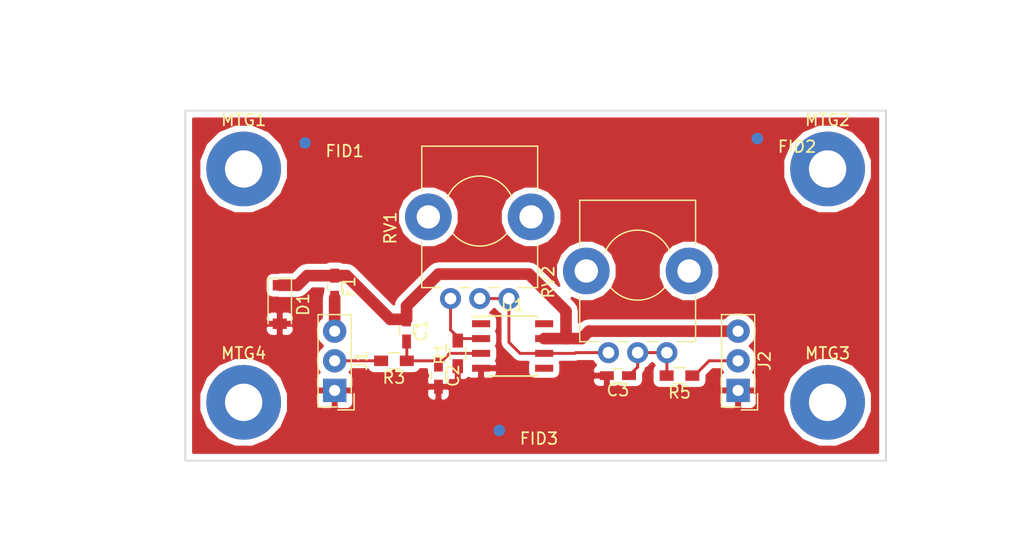
<source format=kicad_pcb>
(kicad_pcb (version 4) (host pcbnew 4.0.6)

  (general
    (links 24)
    (no_connects 0)
    (area 68.921501 60.989957 160.631 109.644473)
    (thickness 1.6)
    (drawings 8)
    (tracks 44)
    (zones 0)
    (modules 20)
    (nets 13)
  )

  (page A4)
  (layers
    (0 F.Cu signal)
    (31 B.Cu signal)
    (33 F.Adhes user)
    (35 F.Paste user)
    (37 F.SilkS user)
    (39 F.Mask user)
    (40 Dwgs.User user)
    (41 Cmts.User user)
    (42 Eco1.User user)
    (43 Eco2.User user)
    (44 Edge.Cuts user)
    (45 Margin user)
    (47 F.CrtYd user)
    (49 F.Fab user)
  )

  (setup
    (last_trace_width 0.25)
    (trace_clearance 0.2)
    (zone_clearance 0.508)
    (zone_45_only no)
    (trace_min 0.2)
    (segment_width 0.2)
    (edge_width 0.15)
    (via_size 0.6)
    (via_drill 0.4)
    (via_min_size 0.4)
    (via_min_drill 0.3)
    (uvia_size 0.3)
    (uvia_drill 0.1)
    (uvias_allowed no)
    (uvia_min_size 0.2)
    (uvia_min_drill 0.1)
    (pcb_text_width 0.3)
    (pcb_text_size 1.5 1.5)
    (mod_edge_width 0.15)
    (mod_text_size 1 1)
    (mod_text_width 0.15)
    (pad_size 4 4)
    (pad_drill 2.54)
    (pad_to_mask_clearance 0.2)
    (aux_axis_origin 0 0)
    (visible_elements FFFFFF7F)
    (pcbplotparams
      (layerselection 0x00030_80000001)
      (usegerberextensions false)
      (excludeedgelayer true)
      (linewidth 0.100000)
      (plotframeref false)
      (viasonmask false)
      (mode 1)
      (useauxorigin false)
      (hpglpennumber 1)
      (hpglpenspeed 20)
      (hpglpendiameter 15)
      (hpglpenoverlay 2)
      (psnegative false)
      (psa4output false)
      (plotreference true)
      (plotvalue true)
      (plotinvisibletext false)
      (padsonsilk false)
      (subtractmaskfromsilk false)
      (outputformat 1)
      (mirror false)
      (drillshape 1)
      (scaleselection 1)
      (outputdirectory ""))
  )

  (net 0 "")
  (net 1 /5V)
  (net 2 "Net-(C1-Pad2)")
  (net 3 GND)
  (net 4 /Vout_FLT)
  (net 5 "Net-(F1-Pad2)")
  (net 6 /Vin)
  (net 7 "Net-(J2-Pad2)")
  (net 8 "Net-(R1-Pad2)")
  (net 9 /Vout)
  (net 10 "Net-(U1-Pad1)")
  (net 11 "Net-(U1-Pad5)")
  (net 12 "Net-(U1-Pad8)")

  (net_class Default "This is the default net class."
    (clearance 0.2)
    (trace_width 0.25)
    (via_dia 0.6)
    (via_drill 0.4)
    (uvia_dia 0.3)
    (uvia_drill 0.1)
    (add_net /Vin)
    (add_net /Vout)
    (add_net /Vout_FLT)
    (add_net GND)
    (add_net "Net-(C1-Pad2)")
    (add_net "Net-(J2-Pad2)")
    (add_net "Net-(R1-Pad2)")
    (add_net "Net-(U1-Pad1)")
    (add_net "Net-(U1-Pad5)")
    (add_net "Net-(U1-Pad8)")
  )

  (net_class "Default - PWR" ""
    (clearance 0.2)
    (trace_width 1)
    (via_dia 0.6)
    (via_drill 0.4)
    (uvia_dia 0.3)
    (uvia_drill 0.1)
    (add_net /5V)
    (add_net "Net-(F1-Pad2)")
  )

  (module Capacitors_SMD:C_0603_HandSoldering (layer F.Cu) (tedit 58AA848B) (tstamp 597BCC44)
    (at 97.79 85.09 270)
    (descr "Capacitor SMD 0603, hand soldering")
    (tags "capacitor 0603")
    (path /597AC6A7)
    (attr smd)
    (fp_text reference F1 (at 0 -1.25 270) (layer F.SilkS)
      (effects (font (size 1 1) (thickness 0.15)))
    )
    (fp_text value 250mA (at 0 1.5 270) (layer F.Fab)
      (effects (font (size 1 1) (thickness 0.15)))
    )
    (fp_text user %R (at 0 -1.25 270) (layer F.Fab)
      (effects (font (size 1 1) (thickness 0.15)))
    )
    (fp_line (start -0.8 0.4) (end -0.8 -0.4) (layer F.Fab) (width 0.1))
    (fp_line (start 0.8 0.4) (end -0.8 0.4) (layer F.Fab) (width 0.1))
    (fp_line (start 0.8 -0.4) (end 0.8 0.4) (layer F.Fab) (width 0.1))
    (fp_line (start -0.8 -0.4) (end 0.8 -0.4) (layer F.Fab) (width 0.1))
    (fp_line (start -0.35 -0.6) (end 0.35 -0.6) (layer F.SilkS) (width 0.12))
    (fp_line (start 0.35 0.6) (end -0.35 0.6) (layer F.SilkS) (width 0.12))
    (fp_line (start -1.8 -0.65) (end 1.8 -0.65) (layer F.CrtYd) (width 0.05))
    (fp_line (start -1.8 -0.65) (end -1.8 0.65) (layer F.CrtYd) (width 0.05))
    (fp_line (start 1.8 0.65) (end 1.8 -0.65) (layer F.CrtYd) (width 0.05))
    (fp_line (start 1.8 0.65) (end -1.8 0.65) (layer F.CrtYd) (width 0.05))
    (pad 1 smd rect (at -0.95 0 270) (size 1.2 0.75) (layers F.Cu F.Paste F.Mask)
      (net 1 /5V))
    (pad 2 smd rect (at 0.95 0 270) (size 1.2 0.75) (layers F.Cu F.Paste F.Mask)
      (net 5 "Net-(F1-Pad2)"))
    (model Capacitors_SMD.3dshapes/C_0603.wrl
      (at (xyz 0 0 0))
      (scale (xyz 1 1 1))
      (rotate (xyz 0 0 0))
    )
  )

  (module Capacitors_SMD:C_0603_HandSoldering (layer F.Cu) (tedit 58AA848B) (tstamp 597BCBF8)
    (at 103.9495 88.8365 270)
    (descr "Capacitor SMD 0603, hand soldering")
    (tags "capacitor 0603")
    (path /597AA349)
    (attr smd)
    (fp_text reference C1 (at 0 -1.25 270) (layer F.SilkS)
      (effects (font (size 1 1) (thickness 0.15)))
    )
    (fp_text value 0.01nF (at 0 1.5 270) (layer F.Fab)
      (effects (font (size 1 1) (thickness 0.15)))
    )
    (fp_text user %R (at 0 -1.25 270) (layer F.Fab)
      (effects (font (size 1 1) (thickness 0.15)))
    )
    (fp_line (start -0.8 0.4) (end -0.8 -0.4) (layer F.Fab) (width 0.1))
    (fp_line (start 0.8 0.4) (end -0.8 0.4) (layer F.Fab) (width 0.1))
    (fp_line (start 0.8 -0.4) (end 0.8 0.4) (layer F.Fab) (width 0.1))
    (fp_line (start -0.8 -0.4) (end 0.8 -0.4) (layer F.Fab) (width 0.1))
    (fp_line (start -0.35 -0.6) (end 0.35 -0.6) (layer F.SilkS) (width 0.12))
    (fp_line (start 0.35 0.6) (end -0.35 0.6) (layer F.SilkS) (width 0.12))
    (fp_line (start -1.8 -0.65) (end 1.8 -0.65) (layer F.CrtYd) (width 0.05))
    (fp_line (start -1.8 -0.65) (end -1.8 0.65) (layer F.CrtYd) (width 0.05))
    (fp_line (start 1.8 0.65) (end 1.8 -0.65) (layer F.CrtYd) (width 0.05))
    (fp_line (start 1.8 0.65) (end -1.8 0.65) (layer F.CrtYd) (width 0.05))
    (pad 1 smd rect (at -0.95 0 270) (size 1.2 0.75) (layers F.Cu F.Paste F.Mask)
      (net 1 /5V))
    (pad 2 smd rect (at 0.95 0 270) (size 1.2 0.75) (layers F.Cu F.Paste F.Mask)
      (net 2 "Net-(C1-Pad2)"))
    (model Capacitors_SMD.3dshapes/C_0603.wrl
      (at (xyz 0 0 0))
      (scale (xyz 1 1 1))
      (rotate (xyz 0 0 0))
    )
  )

  (module Capacitors_SMD:C_0603_HandSoldering (layer F.Cu) (tedit 58AA848B) (tstamp 597BCC1A)
    (at 122.047 92.71 180)
    (descr "Capacitor SMD 0603, hand soldering")
    (tags "capacitor 0603")
    (path /597B0639)
    (attr smd)
    (fp_text reference C3 (at 0 -1.25 180) (layer F.SilkS)
      (effects (font (size 1 1) (thickness 0.15)))
    )
    (fp_text value 0.1nF (at 0 1.5 180) (layer F.Fab)
      (effects (font (size 1 1) (thickness 0.15)))
    )
    (fp_text user %R (at 0 -1.25 180) (layer F.Fab)
      (effects (font (size 1 1) (thickness 0.15)))
    )
    (fp_line (start -0.8 0.4) (end -0.8 -0.4) (layer F.Fab) (width 0.1))
    (fp_line (start 0.8 0.4) (end -0.8 0.4) (layer F.Fab) (width 0.1))
    (fp_line (start 0.8 -0.4) (end 0.8 0.4) (layer F.Fab) (width 0.1))
    (fp_line (start -0.8 -0.4) (end 0.8 -0.4) (layer F.Fab) (width 0.1))
    (fp_line (start -0.35 -0.6) (end 0.35 -0.6) (layer F.SilkS) (width 0.12))
    (fp_line (start 0.35 0.6) (end -0.35 0.6) (layer F.SilkS) (width 0.12))
    (fp_line (start -1.8 -0.65) (end 1.8 -0.65) (layer F.CrtYd) (width 0.05))
    (fp_line (start -1.8 -0.65) (end -1.8 0.65) (layer F.CrtYd) (width 0.05))
    (fp_line (start 1.8 0.65) (end 1.8 -0.65) (layer F.CrtYd) (width 0.05))
    (fp_line (start 1.8 0.65) (end -1.8 0.65) (layer F.CrtYd) (width 0.05))
    (pad 1 smd rect (at -0.95 0 180) (size 1.2 0.75) (layers F.Cu F.Paste F.Mask)
      (net 4 /Vout_FLT))
    (pad 2 smd rect (at 0.95 0 180) (size 1.2 0.75) (layers F.Cu F.Paste F.Mask)
      (net 3 GND))
    (model Capacitors_SMD.3dshapes/C_0603.wrl
      (at (xyz 0 0 0))
      (scale (xyz 1 1 1))
      (rotate (xyz 0 0 0))
    )
  )

  (module Potentiometers:Potentiometer_Alps_RK09K_Horizontal (layer F.Cu) (tedit 58826B09) (tstamp 597BCCD1)
    (at 112.7125 86.106 90)
    (descr "Potentiometer, horizontally mounted, Omeg PC16PU, Omeg PC16PU, Omeg PC16PU, Vishay/Spectrol 248GJ/249GJ Single, Vishay/Spectrol 248GJ/249GJ Single, Vishay/Spectrol 248GJ/249GJ Single, Vishay/Spectrol 248GH/249GH Single, Vishay/Spectrol 148/149 Single, Vishay/Spectrol 148/149 Single, Vishay/Spectrol 148/149 Single, Vishay/Spectrol 148A/149A Single with mounting plates, Vishay/Spectrol 148/149 Double, Vishay/Spectrol 148A/149A Double with mounting plates, Piher PC-16 Single, Piher PC-16 Single, Piher PC-16 Single, Piher PC-16SV Single, Piher PC-16 Double, Piher PC-16 Triple, Piher T16H Single, Piher T16L Single, Piher T16H Double, Alps RK163 Single, Alps RK163 Double, Alps RK097 Single, Alps RK097 Double, Bourns PTV09A-2 Single with mounting sleve Single, Bourns PTV09A-1 with mounting sleve Single, Bourns PRS11S Single, Alps RK09K Single with mounting sleve Single, Alps RK09K with mounting sleve Single, http://www.alps.com/prod/info/E/HTML/Potentiometer/RotaryPotentiometers/RK09K/RK09D1130C1B.html")
    (tags "Potentiometer horizontal  Omeg PC16PU  Omeg PC16PU  Omeg PC16PU  Vishay/Spectrol 248GJ/249GJ Single  Vishay/Spectrol 248GJ/249GJ Single  Vishay/Spectrol 248GJ/249GJ Single  Vishay/Spectrol 248GH/249GH Single  Vishay/Spectrol 148/149 Single  Vishay/Spectrol 148/149 Single  Vishay/Spectrol 148/149 Single  Vishay/Spectrol 148A/149A Single with mounting plates  Vishay/Spectrol 148/149 Double  Vishay/Spectrol 148A/149A Double with mounting plates  Piher PC-16 Single  Piher PC-16 Single  Piher PC-16 Single  Piher PC-16SV Single  Piher PC-16 Double  Piher PC-16 Triple  Piher T16H Single  Piher T16L Single  Piher T16H Double  Alps RK163 Single  Alps RK163 Double  Alps RK097 Single  Alps RK097 Double  Bourns PTV09A-2 Single with mounting sleve Single  Bourns PTV09A-1 with mounting sleve Single  Bourns PRS11S Single  Alps RK09K Single with mounting sleve Single  Alps RK09K with mounting sleve Single")
    (path /597BCC2E)
    (fp_text reference RV1 (at 6.05 -10.15 90) (layer F.SilkS)
      (effects (font (size 1 1) (thickness 0.15)))
    )
    (fp_text value 5k (at 6.05 5.15 90) (layer F.Fab)
      (effects (font (size 1 1) (thickness 0.15)))
    )
    (fp_arc (start 7.5 -2.5) (end 8.673 0.262) (angle -134) (layer F.SilkS) (width 0.12))
    (fp_arc (start 7.5 -2.5) (end 5.572 -4.798) (angle -100) (layer F.SilkS) (width 0.12))
    (fp_circle (center 7.5 -2.5) (end 10.75 -2.5) (layer F.Fab) (width 0.1))
    (fp_circle (center 7.5 -2.5) (end 10.5 -2.5) (layer F.Fab) (width 0.1))
    (fp_line (start 1 -7.4) (end 1 2.4) (layer F.Fab) (width 0.1))
    (fp_line (start 1 2.4) (end 13 2.4) (layer F.Fab) (width 0.1))
    (fp_line (start 13 2.4) (end 13 -7.4) (layer F.Fab) (width 0.1))
    (fp_line (start 13 -7.4) (end 1 -7.4) (layer F.Fab) (width 0.1))
    (fp_line (start 0.94 -7.461) (end 4.806 -7.461) (layer F.SilkS) (width 0.12))
    (fp_line (start 9.195 -7.461) (end 13.06 -7.461) (layer F.SilkS) (width 0.12))
    (fp_line (start 0.94 2.46) (end 4.806 2.46) (layer F.SilkS) (width 0.12))
    (fp_line (start 9.195 2.46) (end 13.06 2.46) (layer F.SilkS) (width 0.12))
    (fp_line (start 0.94 -7.461) (end 0.94 -5.825) (layer F.SilkS) (width 0.12))
    (fp_line (start 0.94 -4.175) (end 0.94 -3.325) (layer F.SilkS) (width 0.12))
    (fp_line (start 0.94 -1.675) (end 0.94 -0.825) (layer F.SilkS) (width 0.12))
    (fp_line (start 0.94 0.825) (end 0.94 2.46) (layer F.SilkS) (width 0.12))
    (fp_line (start 13.06 -7.461) (end 13.06 2.46) (layer F.SilkS) (width 0.12))
    (fp_line (start -1.15 -9.15) (end -1.15 4.15) (layer F.CrtYd) (width 0.05))
    (fp_line (start -1.15 4.15) (end 13.25 4.15) (layer F.CrtYd) (width 0.05))
    (fp_line (start 13.25 4.15) (end 13.25 -9.15) (layer F.CrtYd) (width 0.05))
    (fp_line (start 13.25 -9.15) (end -1.15 -9.15) (layer F.CrtYd) (width 0.05))
    (pad 3 thru_hole circle (at 0 -5 90) (size 1.8 1.8) (drill 1) (layers *.Cu *.Mask)
      (net 8 "Net-(R1-Pad2)"))
    (pad 2 thru_hole circle (at 0 -2.5 90) (size 1.8 1.8) (drill 1) (layers *.Cu *.Mask)
      (net 9 /Vout))
    (pad 1 thru_hole circle (at 0 0 90) (size 1.8 1.8) (drill 1) (layers *.Cu *.Mask)
      (net 9 /Vout))
    (pad 0 np_thru_hole circle (at 7 -6.9 90) (size 4 4) (drill 2) (layers *.Cu *.Mask))
    (pad 0 np_thru_hole circle (at 7 1.9 90) (size 4 4) (drill 2) (layers *.Cu *.Mask))
    (model Potentiometers.3dshapes/Potentiometer_Alps_RK09K_Horizontal.wrl
      (at (xyz 0 0 0))
      (scale (xyz 0.393701 0.393701 0.393701))
      (rotate (xyz 0 0 0))
    )
  )

  (module Capacitors_SMD:C_0603_HandSoldering (layer F.Cu) (tedit 58AA848B) (tstamp 597BCC09)
    (at 106.68 92.71 270)
    (descr "Capacitor SMD 0603, hand soldering")
    (tags "capacitor 0603")
    (path /597B05E6)
    (attr smd)
    (fp_text reference C2 (at 0 -1.25 270) (layer F.SilkS)
      (effects (font (size 1 1) (thickness 0.15)))
    )
    (fp_text value 0.01nF (at 0 1.5 270) (layer F.Fab)
      (effects (font (size 1 1) (thickness 0.15)))
    )
    (fp_text user %R (at 0 -1.25 270) (layer F.Fab)
      (effects (font (size 1 1) (thickness 0.15)))
    )
    (fp_line (start -0.8 0.4) (end -0.8 -0.4) (layer F.Fab) (width 0.1))
    (fp_line (start 0.8 0.4) (end -0.8 0.4) (layer F.Fab) (width 0.1))
    (fp_line (start 0.8 -0.4) (end 0.8 0.4) (layer F.Fab) (width 0.1))
    (fp_line (start -0.8 -0.4) (end 0.8 -0.4) (layer F.Fab) (width 0.1))
    (fp_line (start -0.35 -0.6) (end 0.35 -0.6) (layer F.SilkS) (width 0.12))
    (fp_line (start 0.35 0.6) (end -0.35 0.6) (layer F.SilkS) (width 0.12))
    (fp_line (start -1.8 -0.65) (end 1.8 -0.65) (layer F.CrtYd) (width 0.05))
    (fp_line (start -1.8 -0.65) (end -1.8 0.65) (layer F.CrtYd) (width 0.05))
    (fp_line (start 1.8 0.65) (end 1.8 -0.65) (layer F.CrtYd) (width 0.05))
    (fp_line (start 1.8 0.65) (end -1.8 0.65) (layer F.CrtYd) (width 0.05))
    (pad 1 smd rect (at -0.95 0 270) (size 1.2 0.75) (layers F.Cu F.Paste F.Mask)
      (net 2 "Net-(C1-Pad2)"))
    (pad 2 smd rect (at 0.95 0 270) (size 1.2 0.75) (layers F.Cu F.Paste F.Mask)
      (net 3 GND))
    (model Capacitors_SMD.3dshapes/C_0603.wrl
      (at (xyz 0 0 0))
      (scale (xyz 1 1 1))
      (rotate (xyz 0 0 0))
    )
  )

  (module Diodes_SMD:D_SOD-123 (layer F.Cu) (tedit 58645DC7) (tstamp 597BCC33)
    (at 93.091 86.614 270)
    (descr SOD-123)
    (tags SOD-123)
    (path /597AC053)
    (attr smd)
    (fp_text reference D1 (at 0 -2 270) (layer F.SilkS)
      (effects (font (size 1 1) (thickness 0.15)))
    )
    (fp_text value "20V 500mA" (at 0 2.1 270) (layer F.Fab)
      (effects (font (size 1 1) (thickness 0.15)))
    )
    (fp_text user %R (at 0 -2 270) (layer F.Fab)
      (effects (font (size 1 1) (thickness 0.15)))
    )
    (fp_line (start -2.25 -1) (end -2.25 1) (layer F.SilkS) (width 0.12))
    (fp_line (start 0.25 0) (end 0.75 0) (layer F.Fab) (width 0.1))
    (fp_line (start 0.25 0.4) (end -0.35 0) (layer F.Fab) (width 0.1))
    (fp_line (start 0.25 -0.4) (end 0.25 0.4) (layer F.Fab) (width 0.1))
    (fp_line (start -0.35 0) (end 0.25 -0.4) (layer F.Fab) (width 0.1))
    (fp_line (start -0.35 0) (end -0.35 0.55) (layer F.Fab) (width 0.1))
    (fp_line (start -0.35 0) (end -0.35 -0.55) (layer F.Fab) (width 0.1))
    (fp_line (start -0.75 0) (end -0.35 0) (layer F.Fab) (width 0.1))
    (fp_line (start -1.4 0.9) (end -1.4 -0.9) (layer F.Fab) (width 0.1))
    (fp_line (start 1.4 0.9) (end -1.4 0.9) (layer F.Fab) (width 0.1))
    (fp_line (start 1.4 -0.9) (end 1.4 0.9) (layer F.Fab) (width 0.1))
    (fp_line (start -1.4 -0.9) (end 1.4 -0.9) (layer F.Fab) (width 0.1))
    (fp_line (start -2.35 -1.15) (end 2.35 -1.15) (layer F.CrtYd) (width 0.05))
    (fp_line (start 2.35 -1.15) (end 2.35 1.15) (layer F.CrtYd) (width 0.05))
    (fp_line (start 2.35 1.15) (end -2.35 1.15) (layer F.CrtYd) (width 0.05))
    (fp_line (start -2.35 -1.15) (end -2.35 1.15) (layer F.CrtYd) (width 0.05))
    (fp_line (start -2.25 1) (end 1.65 1) (layer F.SilkS) (width 0.12))
    (fp_line (start -2.25 -1) (end 1.65 -1) (layer F.SilkS) (width 0.12))
    (pad 1 smd rect (at -1.65 0 270) (size 0.9 1.2) (layers F.Cu F.Paste F.Mask)
      (net 1 /5V))
    (pad 2 smd rect (at 1.65 0 270) (size 0.9 1.2) (layers F.Cu F.Paste F.Mask)
      (net 3 GND))
    (model ${KISYS3DMOD}/Diodes_SMD.3dshapes/D_SOD-123.wrl
      (at (xyz 0 0 0))
      (scale (xyz 1 1 1))
      (rotate (xyz 0 0 0))
    )
  )

  (module Connectors_Samtec:SL-103-X-XX_1x03 (layer F.Cu) (tedit 590274D5) (tstamp 597BCC62)
    (at 97.79 93.98 180)
    (descr "Low profile, screw machine socket strip, through hole, 100mil / 2.54mm pitch")
    (tags "samtec socket strip tht single")
    (path /597ABF60)
    (fp_text reference J1 (at -2.27 2.54 270) (layer F.SilkS)
      (effects (font (size 1 1) (thickness 0.15)))
    )
    (fp_text value M20-9990345 (at 2.27 2.54 270) (layer F.Fab)
      (effects (font (size 1 1) (thickness 0.15)))
    )
    (fp_line (start -0.17 -1.42) (end 1.42 -1.42) (layer F.SilkS) (width 0.12))
    (fp_line (start 1.42 -1.42) (end 1.42 6.5) (layer F.SilkS) (width 0.12))
    (fp_line (start 1.42 6.5) (end -1.42 6.5) (layer F.SilkS) (width 0.12))
    (fp_line (start -1.42 6.5) (end -1.42 -0.17) (layer F.SilkS) (width 0.12))
    (fp_line (start -0.27 -1.67) (end -1.67 -1.67) (layer F.SilkS) (width 0.12))
    (fp_line (start -1.67 -1.67) (end -1.67 -0.27) (layer F.SilkS) (width 0.12))
    (fp_line (start -0.27 -1.67) (end -1.67 -1.67) (layer F.Fab) (width 0.1))
    (fp_line (start -1.67 -1.67) (end -1.67 -0.27) (layer F.Fab) (width 0.1))
    (fp_line (start -1.27 -1.27) (end -1.27 6.35) (layer F.Fab) (width 0.1))
    (fp_line (start -1.27 6.35) (end 1.27 6.35) (layer F.Fab) (width 0.1))
    (fp_line (start 1.27 6.35) (end 1.27 -1.27) (layer F.Fab) (width 0.1))
    (fp_line (start 1.27 -1.27) (end -1.27 -1.27) (layer F.Fab) (width 0.1))
    (fp_line (start -1.77 -1.77) (end -1.77 6.85) (layer F.CrtYd) (width 0.05))
    (fp_line (start -1.77 6.85) (end 1.77 6.85) (layer F.CrtYd) (width 0.05))
    (fp_line (start 1.77 6.85) (end 1.77 -1.77) (layer F.CrtYd) (width 0.05))
    (fp_line (start 1.77 -1.77) (end -1.77 -1.77) (layer F.CrtYd) (width 0.05))
    (fp_line (start -1.27 1.27) (end -1.07 1.27) (layer F.Fab) (width 0.1))
    (fp_line (start 1.27 1.27) (end 1.07 1.27) (layer F.Fab) (width 0.1))
    (fp_line (start -1.27 3.81) (end -1.07 3.81) (layer F.Fab) (width 0.1))
    (fp_line (start 1.27 3.81) (end 1.07 3.81) (layer F.Fab) (width 0.1))
    (fp_line (start -1.27 6.35) (end -1.07 6.35) (layer F.Fab) (width 0.1))
    (fp_line (start 1.27 6.35) (end 1.07 6.35) (layer F.Fab) (width 0.1))
    (fp_text user %R (at 0 2.54 270) (layer F.Fab)
      (effects (font (size 1 1) (thickness 0.15)))
    )
    (pad 1 thru_hole rect (at 0 0 180) (size 2 2) (drill 0.95) (layers *.Cu *.Mask)
      (net 3 GND))
    (pad 2 thru_hole circle (at 0 2.54 180) (size 2 2) (drill 0.95) (layers *.Cu *.Mask)
      (net 6 /Vin))
    (pad 3 thru_hole circle (at 0 5.08 180) (size 2 2) (drill 0.95) (layers *.Cu *.Mask)
      (net 5 "Net-(F1-Pad2)"))
    (model ${KISYS3DMOD}/Connectors_Samtec.3dshapes/SL-103-X-XX_1x03.wrl
      (at (xyz 0 0 0))
      (scale (xyz 1 1 1))
      (rotate (xyz 0 0 0))
    )
  )

  (module Connectors_Samtec:SL-103-X-XX_1x03 (layer F.Cu) (tedit 590274D5) (tstamp 597BCC80)
    (at 132.334 93.98 180)
    (descr "Low profile, screw machine socket strip, through hole, 100mil / 2.54mm pitch")
    (tags "samtec socket strip tht single")
    (path /597AFA4C)
    (fp_text reference J2 (at -2.27 2.54 270) (layer F.SilkS)
      (effects (font (size 1 1) (thickness 0.15)))
    )
    (fp_text value M20-9990345 (at 2.27 2.54 270) (layer F.Fab)
      (effects (font (size 1 1) (thickness 0.15)))
    )
    (fp_line (start -0.17 -1.42) (end 1.42 -1.42) (layer F.SilkS) (width 0.12))
    (fp_line (start 1.42 -1.42) (end 1.42 6.5) (layer F.SilkS) (width 0.12))
    (fp_line (start 1.42 6.5) (end -1.42 6.5) (layer F.SilkS) (width 0.12))
    (fp_line (start -1.42 6.5) (end -1.42 -0.17) (layer F.SilkS) (width 0.12))
    (fp_line (start -0.27 -1.67) (end -1.67 -1.67) (layer F.SilkS) (width 0.12))
    (fp_line (start -1.67 -1.67) (end -1.67 -0.27) (layer F.SilkS) (width 0.12))
    (fp_line (start -0.27 -1.67) (end -1.67 -1.67) (layer F.Fab) (width 0.1))
    (fp_line (start -1.67 -1.67) (end -1.67 -0.27) (layer F.Fab) (width 0.1))
    (fp_line (start -1.27 -1.27) (end -1.27 6.35) (layer F.Fab) (width 0.1))
    (fp_line (start -1.27 6.35) (end 1.27 6.35) (layer F.Fab) (width 0.1))
    (fp_line (start 1.27 6.35) (end 1.27 -1.27) (layer F.Fab) (width 0.1))
    (fp_line (start 1.27 -1.27) (end -1.27 -1.27) (layer F.Fab) (width 0.1))
    (fp_line (start -1.77 -1.77) (end -1.77 6.85) (layer F.CrtYd) (width 0.05))
    (fp_line (start -1.77 6.85) (end 1.77 6.85) (layer F.CrtYd) (width 0.05))
    (fp_line (start 1.77 6.85) (end 1.77 -1.77) (layer F.CrtYd) (width 0.05))
    (fp_line (start 1.77 -1.77) (end -1.77 -1.77) (layer F.CrtYd) (width 0.05))
    (fp_line (start -1.27 1.27) (end -1.07 1.27) (layer F.Fab) (width 0.1))
    (fp_line (start 1.27 1.27) (end 1.07 1.27) (layer F.Fab) (width 0.1))
    (fp_line (start -1.27 3.81) (end -1.07 3.81) (layer F.Fab) (width 0.1))
    (fp_line (start 1.27 3.81) (end 1.07 3.81) (layer F.Fab) (width 0.1))
    (fp_line (start -1.27 6.35) (end -1.07 6.35) (layer F.Fab) (width 0.1))
    (fp_line (start 1.27 6.35) (end 1.07 6.35) (layer F.Fab) (width 0.1))
    (fp_text user %R (at 0 2.54 270) (layer F.Fab)
      (effects (font (size 1 1) (thickness 0.15)))
    )
    (pad 1 thru_hole rect (at 0 0 180) (size 2 2) (drill 0.95) (layers *.Cu *.Mask)
      (net 3 GND))
    (pad 2 thru_hole circle (at 0 2.54 180) (size 2 2) (drill 0.95) (layers *.Cu *.Mask)
      (net 7 "Net-(J2-Pad2)"))
    (pad 3 thru_hole circle (at 0 5.08 180) (size 2 2) (drill 0.95) (layers *.Cu *.Mask)
      (net 1 /5V))
    (model ${KISYS3DMOD}/Connectors_Samtec.3dshapes/SL-103-X-XX_1x03.wrl
      (at (xyz 0 0 0))
      (scale (xyz 1 1 1))
      (rotate (xyz 0 0 0))
    )
  )

  (module Resistors_SMD:R_0603_HandSoldering (layer F.Cu) (tedit 58E0A804) (tstamp 597BCC91)
    (at 108.331 90.805 90)
    (descr "Resistor SMD 0603, hand soldering")
    (tags "resistor 0603")
    (path /597B0C37)
    (attr smd)
    (fp_text reference R1 (at 0 -1.45 90) (layer F.SilkS)
      (effects (font (size 1 1) (thickness 0.15)))
    )
    (fp_text value 3.3k (at 0 1.55 90) (layer F.Fab)
      (effects (font (size 1 1) (thickness 0.15)))
    )
    (fp_text user %R (at 0 0 90) (layer F.Fab)
      (effects (font (size 0.4 0.4) (thickness 0.075)))
    )
    (fp_line (start -0.8 0.4) (end -0.8 -0.4) (layer F.Fab) (width 0.1))
    (fp_line (start 0.8 0.4) (end -0.8 0.4) (layer F.Fab) (width 0.1))
    (fp_line (start 0.8 -0.4) (end 0.8 0.4) (layer F.Fab) (width 0.1))
    (fp_line (start -0.8 -0.4) (end 0.8 -0.4) (layer F.Fab) (width 0.1))
    (fp_line (start 0.5 0.68) (end -0.5 0.68) (layer F.SilkS) (width 0.12))
    (fp_line (start -0.5 -0.68) (end 0.5 -0.68) (layer F.SilkS) (width 0.12))
    (fp_line (start -1.96 -0.7) (end 1.95 -0.7) (layer F.CrtYd) (width 0.05))
    (fp_line (start -1.96 -0.7) (end -1.96 0.7) (layer F.CrtYd) (width 0.05))
    (fp_line (start 1.95 0.7) (end 1.95 -0.7) (layer F.CrtYd) (width 0.05))
    (fp_line (start 1.95 0.7) (end -1.96 0.7) (layer F.CrtYd) (width 0.05))
    (pad 1 smd rect (at -1.1 0 90) (size 1.2 0.9) (layers F.Cu F.Paste F.Mask)
      (net 3 GND))
    (pad 2 smd rect (at 1.1 0 90) (size 1.2 0.9) (layers F.Cu F.Paste F.Mask)
      (net 8 "Net-(R1-Pad2)"))
    (model ${KISYS3DMOD}/Resistors_SMD.3dshapes/R_0603.wrl
      (at (xyz 0 0 0))
      (scale (xyz 1 1 1))
      (rotate (xyz 0 0 0))
    )
  )

  (module Resistors_SMD:R_0603_HandSoldering (layer F.Cu) (tedit 58E0A804) (tstamp 597BCCA2)
    (at 102.87 91.44 180)
    (descr "Resistor SMD 0603, hand soldering")
    (tags "resistor 0603")
    (path /597AAB27)
    (attr smd)
    (fp_text reference R3 (at 0 -1.45 180) (layer F.SilkS)
      (effects (font (size 1 1) (thickness 0.15)))
    )
    (fp_text value 0 (at 0 1.55 180) (layer F.Fab)
      (effects (font (size 1 1) (thickness 0.15)))
    )
    (fp_text user %R (at 0 0 180) (layer F.Fab)
      (effects (font (size 0.4 0.4) (thickness 0.075)))
    )
    (fp_line (start -0.8 0.4) (end -0.8 -0.4) (layer F.Fab) (width 0.1))
    (fp_line (start 0.8 0.4) (end -0.8 0.4) (layer F.Fab) (width 0.1))
    (fp_line (start 0.8 -0.4) (end 0.8 0.4) (layer F.Fab) (width 0.1))
    (fp_line (start -0.8 -0.4) (end 0.8 -0.4) (layer F.Fab) (width 0.1))
    (fp_line (start 0.5 0.68) (end -0.5 0.68) (layer F.SilkS) (width 0.12))
    (fp_line (start -0.5 -0.68) (end 0.5 -0.68) (layer F.SilkS) (width 0.12))
    (fp_line (start -1.96 -0.7) (end 1.95 -0.7) (layer F.CrtYd) (width 0.05))
    (fp_line (start -1.96 -0.7) (end -1.96 0.7) (layer F.CrtYd) (width 0.05))
    (fp_line (start 1.95 0.7) (end 1.95 -0.7) (layer F.CrtYd) (width 0.05))
    (fp_line (start 1.95 0.7) (end -1.96 0.7) (layer F.CrtYd) (width 0.05))
    (pad 1 smd rect (at -1.1 0 180) (size 1.2 0.9) (layers F.Cu F.Paste F.Mask)
      (net 2 "Net-(C1-Pad2)"))
    (pad 2 smd rect (at 1.1 0 180) (size 1.2 0.9) (layers F.Cu F.Paste F.Mask)
      (net 6 /Vin))
    (model ${KISYS3DMOD}/Resistors_SMD.3dshapes/R_0603.wrl
      (at (xyz 0 0 0))
      (scale (xyz 1 1 1))
      (rotate (xyz 0 0 0))
    )
  )

  (module Resistors_SMD:R_0603_HandSoldering (layer F.Cu) (tedit 58E0A804) (tstamp 597BCCB3)
    (at 127.3175 92.71 180)
    (descr "Resistor SMD 0603, hand soldering")
    (tags "resistor 0603")
    (path /597AB300)
    (attr smd)
    (fp_text reference R5 (at 0 -1.45 180) (layer F.SilkS)
      (effects (font (size 1 1) (thickness 0.15)))
    )
    (fp_text value 49.9 (at 0 1.55 180) (layer F.Fab)
      (effects (font (size 1 1) (thickness 0.15)))
    )
    (fp_text user %R (at 0 0 180) (layer F.Fab)
      (effects (font (size 0.4 0.4) (thickness 0.075)))
    )
    (fp_line (start -0.8 0.4) (end -0.8 -0.4) (layer F.Fab) (width 0.1))
    (fp_line (start 0.8 0.4) (end -0.8 0.4) (layer F.Fab) (width 0.1))
    (fp_line (start 0.8 -0.4) (end 0.8 0.4) (layer F.Fab) (width 0.1))
    (fp_line (start -0.8 -0.4) (end 0.8 -0.4) (layer F.Fab) (width 0.1))
    (fp_line (start 0.5 0.68) (end -0.5 0.68) (layer F.SilkS) (width 0.12))
    (fp_line (start -0.5 -0.68) (end 0.5 -0.68) (layer F.SilkS) (width 0.12))
    (fp_line (start -1.96 -0.7) (end 1.95 -0.7) (layer F.CrtYd) (width 0.05))
    (fp_line (start -1.96 -0.7) (end -1.96 0.7) (layer F.CrtYd) (width 0.05))
    (fp_line (start 1.95 0.7) (end 1.95 -0.7) (layer F.CrtYd) (width 0.05))
    (fp_line (start 1.95 0.7) (end -1.96 0.7) (layer F.CrtYd) (width 0.05))
    (pad 1 smd rect (at -1.1 0 180) (size 1.2 0.9) (layers F.Cu F.Paste F.Mask)
      (net 7 "Net-(J2-Pad2)"))
    (pad 2 smd rect (at 1.1 0 180) (size 1.2 0.9) (layers F.Cu F.Paste F.Mask)
      (net 4 /Vout_FLT))
    (model ${KISYS3DMOD}/Resistors_SMD.3dshapes/R_0603.wrl
      (at (xyz 0 0 0))
      (scale (xyz 1 1 1))
      (rotate (xyz 0 0 0))
    )
  )

  (module Potentiometers:Potentiometer_Alps_RK09K_Horizontal (layer F.Cu) (tedit 58826B09) (tstamp 597BCCEF)
    (at 126.238 90.7415 90)
    (descr "Potentiometer, horizontally mounted, Omeg PC16PU, Omeg PC16PU, Omeg PC16PU, Vishay/Spectrol 248GJ/249GJ Single, Vishay/Spectrol 248GJ/249GJ Single, Vishay/Spectrol 248GJ/249GJ Single, Vishay/Spectrol 248GH/249GH Single, Vishay/Spectrol 148/149 Single, Vishay/Spectrol 148/149 Single, Vishay/Spectrol 148/149 Single, Vishay/Spectrol 148A/149A Single with mounting plates, Vishay/Spectrol 148/149 Double, Vishay/Spectrol 148A/149A Double with mounting plates, Piher PC-16 Single, Piher PC-16 Single, Piher PC-16 Single, Piher PC-16SV Single, Piher PC-16 Double, Piher PC-16 Triple, Piher T16H Single, Piher T16L Single, Piher T16H Double, Alps RK163 Single, Alps RK163 Double, Alps RK097 Single, Alps RK097 Double, Bourns PTV09A-2 Single with mounting sleve Single, Bourns PTV09A-1 with mounting sleve Single, Bourns PRS11S Single, Alps RK09K Single with mounting sleve Single, Alps RK09K with mounting sleve Single, http://www.alps.com/prod/info/E/HTML/Potentiometer/RotaryPotentiometers/RK09K/RK09D1130C1B.html")
    (tags "Potentiometer horizontal  Omeg PC16PU  Omeg PC16PU  Omeg PC16PU  Vishay/Spectrol 248GJ/249GJ Single  Vishay/Spectrol 248GJ/249GJ Single  Vishay/Spectrol 248GJ/249GJ Single  Vishay/Spectrol 248GH/249GH Single  Vishay/Spectrol 148/149 Single  Vishay/Spectrol 148/149 Single  Vishay/Spectrol 148/149 Single  Vishay/Spectrol 148A/149A Single with mounting plates  Vishay/Spectrol 148/149 Double  Vishay/Spectrol 148A/149A Double with mounting plates  Piher PC-16 Single  Piher PC-16 Single  Piher PC-16 Single  Piher PC-16SV Single  Piher PC-16 Double  Piher PC-16 Triple  Piher T16H Single  Piher T16L Single  Piher T16H Double  Alps RK163 Single  Alps RK163 Double  Alps RK097 Single  Alps RK097 Double  Bourns PTV09A-2 Single with mounting sleve Single  Bourns PTV09A-1 with mounting sleve Single  Bourns PRS11S Single  Alps RK09K Single with mounting sleve Single  Alps RK09K with mounting sleve Single")
    (path /597BED8C)
    (fp_text reference RV2 (at 6.05 -10.15 90) (layer F.SilkS)
      (effects (font (size 1 1) (thickness 0.15)))
    )
    (fp_text value 5k (at 6.05 5.15 90) (layer F.Fab)
      (effects (font (size 1 1) (thickness 0.15)))
    )
    (fp_arc (start 7.5 -2.5) (end 8.673 0.262) (angle -134) (layer F.SilkS) (width 0.12))
    (fp_arc (start 7.5 -2.5) (end 5.572 -4.798) (angle -100) (layer F.SilkS) (width 0.12))
    (fp_circle (center 7.5 -2.5) (end 10.75 -2.5) (layer F.Fab) (width 0.1))
    (fp_circle (center 7.5 -2.5) (end 10.5 -2.5) (layer F.Fab) (width 0.1))
    (fp_line (start 1 -7.4) (end 1 2.4) (layer F.Fab) (width 0.1))
    (fp_line (start 1 2.4) (end 13 2.4) (layer F.Fab) (width 0.1))
    (fp_line (start 13 2.4) (end 13 -7.4) (layer F.Fab) (width 0.1))
    (fp_line (start 13 -7.4) (end 1 -7.4) (layer F.Fab) (width 0.1))
    (fp_line (start 0.94 -7.461) (end 4.806 -7.461) (layer F.SilkS) (width 0.12))
    (fp_line (start 9.195 -7.461) (end 13.06 -7.461) (layer F.SilkS) (width 0.12))
    (fp_line (start 0.94 2.46) (end 4.806 2.46) (layer F.SilkS) (width 0.12))
    (fp_line (start 9.195 2.46) (end 13.06 2.46) (layer F.SilkS) (width 0.12))
    (fp_line (start 0.94 -7.461) (end 0.94 -5.825) (layer F.SilkS) (width 0.12))
    (fp_line (start 0.94 -4.175) (end 0.94 -3.325) (layer F.SilkS) (width 0.12))
    (fp_line (start 0.94 -1.675) (end 0.94 -0.825) (layer F.SilkS) (width 0.12))
    (fp_line (start 0.94 0.825) (end 0.94 2.46) (layer F.SilkS) (width 0.12))
    (fp_line (start 13.06 -7.461) (end 13.06 2.46) (layer F.SilkS) (width 0.12))
    (fp_line (start -1.15 -9.15) (end -1.15 4.15) (layer F.CrtYd) (width 0.05))
    (fp_line (start -1.15 4.15) (end 13.25 4.15) (layer F.CrtYd) (width 0.05))
    (fp_line (start 13.25 4.15) (end 13.25 -9.15) (layer F.CrtYd) (width 0.05))
    (fp_line (start 13.25 -9.15) (end -1.15 -9.15) (layer F.CrtYd) (width 0.05))
    (pad 3 thru_hole circle (at 0 -5 90) (size 1.8 1.8) (drill 1) (layers *.Cu *.Mask)
      (net 9 /Vout))
    (pad 2 thru_hole circle (at 0 -2.5 90) (size 1.8 1.8) (drill 1) (layers *.Cu *.Mask)
      (net 4 /Vout_FLT))
    (pad 1 thru_hole circle (at 0 0 90) (size 1.8 1.8) (drill 1) (layers *.Cu *.Mask)
      (net 4 /Vout_FLT))
    (pad 0 np_thru_hole circle (at 7 -6.9 90) (size 4 4) (drill 2) (layers *.Cu *.Mask))
    (pad 0 np_thru_hole circle (at 7 1.9 90) (size 4 4) (drill 2) (layers *.Cu *.Mask))
    (model Potentiometers.3dshapes/Potentiometer_Alps_RK09K_Horizontal.wrl
      (at (xyz 0 0 0))
      (scale (xyz 0.393701 0.393701 0.393701))
      (rotate (xyz 0 0 0))
    )
  )

  (module Housings_SOIC:SOIC-8_3.9x4.9mm_Pitch1.27mm (layer F.Cu) (tedit 58CD0CDA) (tstamp 597BCD0C)
    (at 113.03 90.17)
    (descr "8-Lead Plastic Small Outline (SN) - Narrow, 3.90 mm Body [SOIC] (see Microchip Packaging Specification 00000049BS.pdf)")
    (tags "SOIC 1.27")
    (path /597A9AB6)
    (attr smd)
    (fp_text reference U1 (at 0 -3.5) (layer F.SilkS)
      (effects (font (size 1 1) (thickness 0.15)))
    )
    (fp_text value OPA340UA (at 0 3.5) (layer F.Fab)
      (effects (font (size 1 1) (thickness 0.15)))
    )
    (fp_text user %R (at 0 0) (layer F.Fab)
      (effects (font (size 1 1) (thickness 0.15)))
    )
    (fp_line (start -0.95 -2.45) (end 1.95 -2.45) (layer F.Fab) (width 0.1))
    (fp_line (start 1.95 -2.45) (end 1.95 2.45) (layer F.Fab) (width 0.1))
    (fp_line (start 1.95 2.45) (end -1.95 2.45) (layer F.Fab) (width 0.1))
    (fp_line (start -1.95 2.45) (end -1.95 -1.45) (layer F.Fab) (width 0.1))
    (fp_line (start -1.95 -1.45) (end -0.95 -2.45) (layer F.Fab) (width 0.1))
    (fp_line (start -3.73 -2.7) (end -3.73 2.7) (layer F.CrtYd) (width 0.05))
    (fp_line (start 3.73 -2.7) (end 3.73 2.7) (layer F.CrtYd) (width 0.05))
    (fp_line (start -3.73 -2.7) (end 3.73 -2.7) (layer F.CrtYd) (width 0.05))
    (fp_line (start -3.73 2.7) (end 3.73 2.7) (layer F.CrtYd) (width 0.05))
    (fp_line (start -2.075 -2.575) (end -2.075 -2.525) (layer F.SilkS) (width 0.15))
    (fp_line (start 2.075 -2.575) (end 2.075 -2.43) (layer F.SilkS) (width 0.15))
    (fp_line (start 2.075 2.575) (end 2.075 2.43) (layer F.SilkS) (width 0.15))
    (fp_line (start -2.075 2.575) (end -2.075 2.43) (layer F.SilkS) (width 0.15))
    (fp_line (start -2.075 -2.575) (end 2.075 -2.575) (layer F.SilkS) (width 0.15))
    (fp_line (start -2.075 2.575) (end 2.075 2.575) (layer F.SilkS) (width 0.15))
    (fp_line (start -2.075 -2.525) (end -3.475 -2.525) (layer F.SilkS) (width 0.15))
    (pad 1 smd rect (at -2.7 -1.905) (size 1.55 0.6) (layers F.Cu F.Paste F.Mask)
      (net 10 "Net-(U1-Pad1)"))
    (pad 2 smd rect (at -2.7 -0.635) (size 1.55 0.6) (layers F.Cu F.Paste F.Mask)
      (net 8 "Net-(R1-Pad2)"))
    (pad 3 smd rect (at -2.7 0.635) (size 1.55 0.6) (layers F.Cu F.Paste F.Mask)
      (net 2 "Net-(C1-Pad2)"))
    (pad 4 smd rect (at -2.7 1.905) (size 1.55 0.6) (layers F.Cu F.Paste F.Mask)
      (net 3 GND))
    (pad 5 smd rect (at 2.7 1.905) (size 1.55 0.6) (layers F.Cu F.Paste F.Mask)
      (net 11 "Net-(U1-Pad5)"))
    (pad 6 smd rect (at 2.7 0.635) (size 1.55 0.6) (layers F.Cu F.Paste F.Mask)
      (net 9 /Vout))
    (pad 7 smd rect (at 2.7 -0.635) (size 1.55 0.6) (layers F.Cu F.Paste F.Mask)
      (net 1 /5V))
    (pad 8 smd rect (at 2.7 -1.905) (size 1.55 0.6) (layers F.Cu F.Paste F.Mask)
      (net 12 "Net-(U1-Pad8)"))
    (model ${KISYS3DMOD}/Housings_SOIC.3dshapes/SOIC-8_3.9x4.9mm_Pitch1.27mm.wrl
      (at (xyz 0 0 0))
      (scale (xyz 1 1 1))
      (rotate (xyz 0 0 0))
    )
  )

  (module Mounting_Holes:MountingHole_3.2mm_M3_Pad (layer F.Cu) (tedit 597BE568) (tstamp 597BD7DB)
    (at 140 95)
    (descr "Mounting Hole 3.2mm, M3")
    (tags "mounting hole 3.2mm m3")
    (fp_text reference MTG3 (at 0 -4.2) (layer F.SilkS)
      (effects (font (size 1 1) (thickness 0.15)))
    )
    (fp_text value "" (at 0 4.2) (layer F.Fab)
      (effects (font (size 1 1) (thickness 0.15)))
    )
    (fp_circle (center 0 0) (end 3.2 0) (layer Cmts.User) (width 0.15))
    (fp_circle (center 0 0) (end 3.45 0) (layer F.CrtYd) (width 0.05))
    (pad 1 thru_hole circle (at 0 0) (size 6.4 6.4) (drill 3.2) (layers *.Cu *.Mask))
  )

  (module Mounting_Holes:MountingHole_3.2mm_M3_Pad (layer F.Cu) (tedit 597BE55D) (tstamp 597BD806)
    (at 90 95)
    (descr "Mounting Hole 3.2mm, M3")
    (tags "mounting hole 3.2mm m3")
    (fp_text reference MTG4 (at 0 -4.2) (layer F.SilkS)
      (effects (font (size 1 1) (thickness 0.15)))
    )
    (fp_text value "" (at 0 4.2) (layer F.Fab)
      (effects (font (size 1 1) (thickness 0.15)))
    )
    (fp_circle (center 0 0) (end 3.2 0) (layer Cmts.User) (width 0.15))
    (fp_circle (center 0 0) (end 3.45 0) (layer F.CrtYd) (width 0.05))
    (pad 1 thru_hole circle (at 0 0) (size 6.4 6.4) (drill 3.2) (layers *.Cu *.Mask))
  )

  (module Mounting_Holes:MountingHole_3.2mm_M3_Pad (layer F.Cu) (tedit 597BE532) (tstamp 597BD80A)
    (at 90 75)
    (descr "Mounting Hole 3.2mm, M3")
    (tags "mounting hole 3.2mm m3")
    (fp_text reference MTG1 (at 0 -4.2) (layer F.SilkS)
      (effects (font (size 1 1) (thickness 0.15)))
    )
    (fp_text value "" (at 0 4.2) (layer F.Fab)
      (effects (font (size 1 1) (thickness 0.15)))
    )
    (fp_circle (center 0 0) (end 3.2 0) (layer Cmts.User) (width 0.15))
    (fp_circle (center 0 0) (end 3.45 0) (layer F.CrtYd) (width 0.05))
    (pad 1 thru_hole circle (at 0 0) (size 6.4 6.4) (drill 3.2) (layers *.Cu *.Mask))
  )

  (module Mounting_Holes:MountingHole_3.2mm_M3_Pad (layer F.Cu) (tedit 597BE570) (tstamp 597BD80E)
    (at 140 75)
    (descr "Mounting Hole 3.2mm, M3")
    (tags "mounting hole 3.2mm m3")
    (fp_text reference MTG2 (at 0 -4.2) (layer F.SilkS)
      (effects (font (size 1 1) (thickness 0.15)))
    )
    (fp_text value "" (at 0 4.2) (layer F.Fab)
      (effects (font (size 1 1) (thickness 0.15)))
    )
    (fp_circle (center 0 0) (end 3.2 0) (layer Cmts.User) (width 0.15))
    (fp_circle (center 0 0) (end 3.45 0) (layer F.CrtYd) (width 0.05))
    (pad 1 thru_hole circle (at 0 0) (size 6.4 6.4) (drill 3.2) (layers *.Cu *.Mask))
  )

  (module Fiducials:Fiducial_1mm_Dia_2.54mm_Outer_CopperBottom (layer F.Cu) (tedit 597BE5AA) (tstamp 597BD83F)
    (at 111.887 97.409)
    (descr "Circular Fiducial, 1mm bare copper bottom; 2.54mm keepout")
    (tags marker)
    (attr virtual)
    (fp_text reference FID3 (at 3.4 0.7) (layer F.SilkS)
      (effects (font (size 1 1) (thickness 0.15)))
    )
    (fp_text value "" (at 0 -1.8) (layer F.Fab)
      (effects (font (size 1 1) (thickness 0.15)))
    )
    (fp_circle (center 0 0) (end 1.55 0) (layer B.CrtYd) (width 0.05))
    (pad ~ smd circle (at 0 0) (size 1 1) (layers B.Cu)
      (solder_mask_margin 0.77) (clearance 0.77))
  )

  (module Fiducials:Fiducial_1mm_Dia_2.54mm_Outer_CopperBottom (layer F.Cu) (tedit 597BE54C) (tstamp 597BD844)
    (at 95.25 72.771)
    (descr "Circular Fiducial, 1mm bare copper bottom; 2.54mm keepout")
    (tags marker)
    (attr virtual)
    (fp_text reference FID1 (at 3.4 0.7) (layer F.SilkS)
      (effects (font (size 1 1) (thickness 0.15)))
    )
    (fp_text value "" (at 0 -1.8) (layer F.Fab)
      (effects (font (size 1 1) (thickness 0.15)))
    )
    (fp_circle (center 0 0) (end 1.55 0) (layer B.CrtYd) (width 0.05))
    (pad ~ smd circle (at 0 0) (size 1 1) (layers B.Cu)
      (solder_mask_margin 0.77) (clearance 0.77))
  )

  (module Fiducials:Fiducial_1mm_Dia_2.54mm_Outer_CopperBottom (layer F.Cu) (tedit 597BE594) (tstamp 597BD847)
    (at 133.985 72.39)
    (descr "Circular Fiducial, 1mm bare copper bottom; 2.54mm keepout")
    (tags marker)
    (attr virtual)
    (fp_text reference FID2 (at 3.4 0.7) (layer F.SilkS)
      (effects (font (size 1 1) (thickness 0.15)))
    )
    (fp_text value "" (at 0 -1.8) (layer F.Fab)
      (effects (font (size 1 1) (thickness 0.15)))
    )
    (fp_circle (center 0 0) (end 1.55 0) (layer B.CrtYd) (width 0.05))
    (pad ~ smd circle (at 0 0) (size 1 1) (layers B.Cu)
      (solder_mask_margin 0.77) (clearance 0.77))
  )

  (dimension 20.0025 (width 0.3) (layer F.Fab)
    (gr_text "20.003 mm" (at 75.4215 84.99475 270) (layer F.Fab)
      (effects (font (size 1.5 1.5) (thickness 0.3)))
    )
    (feature1 (pts (xy 89.9795 94.996) (xy 74.0715 94.996)))
    (feature2 (pts (xy 89.9795 74.9935) (xy 74.0715 74.9935)))
    (crossbar (pts (xy 76.7715 74.9935) (xy 76.7715 94.996)))
    (arrow1a (pts (xy 76.7715 94.996) (xy 76.185079 93.869496)))
    (arrow1b (pts (xy 76.7715 94.996) (xy 77.357921 93.869496)))
    (arrow2a (pts (xy 76.7715 74.9935) (xy 76.185079 76.120004)))
    (arrow2b (pts (xy 76.7715 74.9935) (xy 77.357921 76.120004)))
  )
  (dimension 50.03804 (width 0.3) (layer F.Fab)
    (gr_text "50.038 mm" (at 114.982442 62.371706 0.07271034106) (layer F.Fab)
      (effects (font (size 1.5 1.5) (thickness 0.3)))
    )
    (feature1 (pts (xy 89.9795 75.057) (xy 89.961729 61.053457)))
    (feature2 (pts (xy 140.0175 74.9935) (xy 139.999729 60.989957)))
    (crossbar (pts (xy 140.003155 63.689955) (xy 89.965155 63.753455)))
    (arrow1a (pts (xy 89.965155 63.753455) (xy 91.090914 63.165605)))
    (arrow1b (pts (xy 89.965155 63.753455) (xy 91.092402 64.338446)))
    (arrow2a (pts (xy 140.003155 63.689955) (xy 138.875908 63.104964)))
    (arrow2b (pts (xy 140.003155 63.689955) (xy 138.877396 64.277805)))
  )
  (dimension 30.0355 (width 0.3) (layer F.Fab)
    (gr_text "30.035 mm" (at 154.131 84.99475 270) (layer F.Fab)
      (effects (font (size 1.5 1.5) (thickness 0.3)))
    )
    (feature1 (pts (xy 145.034 100.0125) (xy 155.481 100.0125)))
    (feature2 (pts (xy 145.034 69.977) (xy 155.481 69.977)))
    (crossbar (pts (xy 152.781 69.977) (xy 152.781 100.0125)))
    (arrow1a (pts (xy 152.781 100.0125) (xy 152.194579 98.885996)))
    (arrow1b (pts (xy 152.781 100.0125) (xy 153.367421 98.885996)))
    (arrow2a (pts (xy 152.781 69.977) (xy 152.194579 71.103504)))
    (arrow2b (pts (xy 152.781 69.977) (xy 153.367421 71.103504)))
  )
  (dimension 60.007534 (width 0.3) (layer F.Fab)
    (gr_text "60.008 mm" (at 115.021486 108.262723 359.9393696) (layer F.Fab)
      (effects (font (size 1.5 1.5) (thickness 0.3)))
    )
    (feature1 (pts (xy 145.034 100.0125) (xy 145.023808 109.644472)))
    (feature2 (pts (xy 85.0265 99.949) (xy 85.016308 109.580972)))
    (crossbar (pts (xy 85.019165 106.880974) (xy 145.026665 106.944474)))
    (arrow1a (pts (xy 145.026665 106.944474) (xy 143.899541 107.529702)))
    (arrow1b (pts (xy 145.026665 106.944474) (xy 143.900782 106.356862)))
    (arrow2a (pts (xy 85.019165 106.880974) (xy 86.145048 107.468586)))
    (arrow2b (pts (xy 85.019165 106.880974) (xy 86.146289 106.295746)))
  )
  (gr_line (start 85 70) (end 85 100) (angle 90) (layer Edge.Cuts) (width 0.15))
  (gr_line (start 145 100) (end 85 100) (angle 90) (layer Edge.Cuts) (width 0.15))
  (gr_line (start 85 70) (end 145 70) (angle 90) (layer Edge.Cuts) (width 0.15))
  (gr_line (start 145 70) (end 145 100) (angle 90) (layer Edge.Cuts) (width 0.15))

  (segment (start 97.79 84.14) (end 98.8085 84.14) (width 1) (layer F.Cu) (net 1))
  (segment (start 103.9495 87.8865) (end 103.9495 86.741) (width 1) (layer F.Cu) (net 1))
  (segment (start 117.602 89.535) (end 117.602 87.1855) (width 1) (layer F.Cu) (net 1))
  (segment (start 103.9495 86.741) (end 106.68 84.0105) (width 1) (layer F.Cu) (net 1) (tstamp 597BE1E1))
  (segment (start 106.68 84.0105) (end 114.427 84.0105) (width 1) (layer F.Cu) (net 1) (tstamp 597BE1E7))
  (segment (start 114.427 84.0105) (end 117.602 87.1855) (width 1) (layer F.Cu) (net 1) (tstamp 597BE1EB))
  (segment (start 93.091 84.964) (end 94.614 84.964) (width 1) (layer F.Cu) (net 1))
  (segment (start 102.555 87.8865) (end 103.9495 87.8865) (width 1) (layer F.Cu) (net 1) (tstamp 597BE19F))
  (segment (start 98.8085 84.14) (end 102.555 87.8865) (width 1) (layer F.Cu) (net 1) (tstamp 597BE19B))
  (segment (start 95.438 84.14) (end 98.8085 84.14) (width 1) (layer F.Cu) (net 1) (tstamp 597BE19A))
  (segment (start 94.614 84.964) (end 95.438 84.14) (width 1) (layer F.Cu) (net 1) (tstamp 597BE198))
  (segment (start 115.73 89.535) (end 117.602 89.535) (width 1) (layer F.Cu) (net 1))
  (segment (start 117.602 89.535) (end 118.9355 89.535) (width 1) (layer F.Cu) (net 1) (tstamp 597BDDC8))
  (segment (start 118.9355 89.535) (end 119.5705 88.9) (width 1) (layer F.Cu) (net 1) (tstamp 597BDDB2))
  (segment (start 119.5705 88.9) (end 132.334 88.9) (width 1) (layer F.Cu) (net 1) (tstamp 597BDD45))
  (segment (start 103.97 91.44) (end 103.97 89.807) (width 0.25) (layer F.Cu) (net 2))
  (segment (start 103.97 89.807) (end 103.9495 89.7865) (width 0.25) (layer F.Cu) (net 2) (tstamp 597BE214))
  (segment (start 110.33 90.805) (end 107.635 90.805) (width 0.25) (layer F.Cu) (net 2))
  (segment (start 107.635 90.805) (end 107 91.44) (width 0.25) (layer F.Cu) (net 2) (tstamp 597BD07A))
  (segment (start 107 91.44) (end 103.97 91.44) (width 0.25) (layer F.Cu) (net 2) (tstamp 597BD07B))
  (segment (start 126.238 90.7415) (end 126.238 92.6895) (width 0.25) (layer F.Cu) (net 4))
  (segment (start 126.238 92.6895) (end 126.2175 92.71) (width 0.25) (layer F.Cu) (net 4) (tstamp 597BDFCE))
  (segment (start 123.738 91.969) (end 122.997 92.71) (width 0.25) (layer F.Cu) (net 4) (tstamp 597BD1F9))
  (segment (start 123.738 90.7415) (end 123.738 91.969) (width 0.25) (layer F.Cu) (net 4))
  (segment (start 123.738 90.7415) (end 126.238 90.7415) (width 0.25) (layer F.Cu) (net 4))
  (segment (start 97.79 88.9) (end 97.79 86.04) (width 1) (layer F.Cu) (net 5))
  (segment (start 97.79 86.04) (end 97.79 86.36) (width 0.25) (layer F.Cu) (net 5) (tstamp 597BCFFF))
  (segment (start 97.79 86.36) (end 97.79 86.04) (width 0.25) (layer F.Cu) (net 5) (tstamp 597BD001))
  (segment (start 97.79 91.44) (end 101.77 91.44) (width 0.25) (layer F.Cu) (net 6))
  (segment (start 128.4175 92.71) (end 128.5875 92.71) (width 0.25) (layer F.Cu) (net 7))
  (segment (start 128.5875 92.71) (end 129.8575 91.44) (width 0.25) (layer F.Cu) (net 7) (tstamp 597BD397))
  (segment (start 129.8575 91.44) (end 132.334 91.44) (width 0.25) (layer F.Cu) (net 7) (tstamp 597BD398))
  (segment (start 108.331 89.705) (end 108.331 89.408) (width 0.25) (layer F.Cu) (net 8))
  (segment (start 108.331 89.408) (end 107.7125 88.7895) (width 0.25) (layer F.Cu) (net 8) (tstamp 597BDD28))
  (segment (start 107.7125 88.7895) (end 107.7125 86.106) (width 0.25) (layer F.Cu) (net 8) (tstamp 597BDD29))
  (segment (start 110.33 89.535) (end 108.501 89.535) (width 0.25) (layer F.Cu) (net 8))
  (segment (start 108.501 89.535) (end 108.331 89.705) (width 0.25) (layer F.Cu) (net 8) (tstamp 597BD0A8))
  (segment (start 115.73 90.805) (end 113.665 90.805) (width 0.25) (layer F.Cu) (net 9))
  (segment (start 112.7125 89.8525) (end 112.7125 86.106) (width 0.25) (layer F.Cu) (net 9) (tstamp 597BDDAA))
  (segment (start 113.665 90.805) (end 112.7125 89.8525) (width 0.25) (layer F.Cu) (net 9) (tstamp 597BDDA8))
  (segment (start 110.2125 86.106) (end 112.7125 86.106) (width 0.25) (layer F.Cu) (net 9))
  (segment (start 115.73 90.805) (end 118.364 90.805) (width 0.25) (layer F.Cu) (net 9))
  (segment (start 118.4275 90.7415) (end 121.238 90.7415) (width 0.25) (layer F.Cu) (net 9) (tstamp 597BD0CD))
  (segment (start 118.364 90.805) (end 118.4275 90.7415) (width 0.25) (layer F.Cu) (net 9) (tstamp 597BD0CC))

  (zone (net 3) (net_name GND) (layer F.Cu) (tstamp 597BE036) (hatch edge 0.508)
    (connect_pads (clearance 0.508))
    (min_thickness 0.254)
    (fill yes (arc_segments 16) (thermal_gap 0.508) (thermal_bridge_width 0.508))
    (polygon
      (pts
        (xy 145.034 100.0125) (xy 85.0265 100.0125) (xy 84.963 69.977) (xy 145.034 69.977)
      )
    )
    (filled_polygon
      (pts
        (xy 144.29 99.29) (xy 85.71 99.29) (xy 85.71 95.759482) (xy 86.164336 95.759482) (xy 86.74695 97.169515)
        (xy 87.824811 98.249259) (xy 89.233825 98.834333) (xy 90.759482 98.835664) (xy 92.169515 98.25305) (xy 93.249259 97.175189)
        (xy 93.834333 95.766175) (xy 93.834338 95.759482) (xy 136.164336 95.759482) (xy 136.74695 97.169515) (xy 137.824811 98.249259)
        (xy 139.233825 98.834333) (xy 140.759482 98.835664) (xy 142.169515 98.25305) (xy 143.249259 97.175189) (xy 143.834333 95.766175)
        (xy 143.835664 94.240518) (xy 143.25305 92.830485) (xy 142.175189 91.750741) (xy 140.766175 91.165667) (xy 139.240518 91.164336)
        (xy 137.830485 91.74695) (xy 136.750741 92.824811) (xy 136.165667 94.233825) (xy 136.164336 95.759482) (xy 93.834338 95.759482)
        (xy 93.835641 94.26575) (xy 96.155 94.26575) (xy 96.155 95.10631) (xy 96.251673 95.339699) (xy 96.430302 95.518327)
        (xy 96.663691 95.615) (xy 97.50425 95.615) (xy 97.663 95.45625) (xy 97.663 94.107) (xy 97.917 94.107)
        (xy 97.917 95.45625) (xy 98.07575 95.615) (xy 98.916309 95.615) (xy 99.149698 95.518327) (xy 99.328327 95.339699)
        (xy 99.425 95.10631) (xy 99.425 94.26575) (xy 99.26625 94.107) (xy 97.917 94.107) (xy 97.663 94.107)
        (xy 96.31375 94.107) (xy 96.155 94.26575) (xy 93.835641 94.26575) (xy 93.835664 94.240518) (xy 93.713869 93.94575)
        (xy 105.67 93.94575) (xy 105.67 94.386309) (xy 105.766673 94.619698) (xy 105.945301 94.798327) (xy 106.17869 94.895)
        (xy 106.39425 94.895) (xy 106.553 94.73625) (xy 106.553 93.787) (xy 106.807 93.787) (xy 106.807 94.73625)
        (xy 106.96575 94.895) (xy 107.18131 94.895) (xy 107.414699 94.798327) (xy 107.593327 94.619698) (xy 107.69 94.386309)
        (xy 107.69 94.26575) (xy 130.699 94.26575) (xy 130.699 95.10631) (xy 130.795673 95.339699) (xy 130.974302 95.518327)
        (xy 131.207691 95.615) (xy 132.04825 95.615) (xy 132.207 95.45625) (xy 132.207 94.107) (xy 132.461 94.107)
        (xy 132.461 95.45625) (xy 132.61975 95.615) (xy 133.460309 95.615) (xy 133.693698 95.518327) (xy 133.872327 95.339699)
        (xy 133.969 95.10631) (xy 133.969 94.26575) (xy 133.81025 94.107) (xy 132.461 94.107) (xy 132.207 94.107)
        (xy 130.85775 94.107) (xy 130.699 94.26575) (xy 107.69 94.26575) (xy 107.69 93.94575) (xy 107.53125 93.787)
        (xy 106.807 93.787) (xy 106.553 93.787) (xy 105.82875 93.787) (xy 105.67 93.94575) (xy 93.713869 93.94575)
        (xy 93.25305 92.830485) (xy 92.175189 91.750741) (xy 90.766175 91.165667) (xy 89.240518 91.164336) (xy 87.830485 91.74695)
        (xy 86.750741 92.824811) (xy 86.165667 94.233825) (xy 86.164336 95.759482) (xy 85.71 95.759482) (xy 85.71 88.54975)
        (xy 91.856 88.54975) (xy 91.856 88.840309) (xy 91.952673 89.073698) (xy 92.131301 89.252327) (xy 92.36469 89.349)
        (xy 92.80525 89.349) (xy 92.964 89.19025) (xy 92.964 88.391) (xy 93.218 88.391) (xy 93.218 89.19025)
        (xy 93.37675 89.349) (xy 93.81731 89.349) (xy 94.050699 89.252327) (xy 94.229327 89.073698) (xy 94.326 88.840309)
        (xy 94.326 88.54975) (xy 94.16725 88.391) (xy 93.218 88.391) (xy 92.964 88.391) (xy 92.01475 88.391)
        (xy 91.856 88.54975) (xy 85.71 88.54975) (xy 85.71 87.687691) (xy 91.856 87.687691) (xy 91.856 87.97825)
        (xy 92.01475 88.137) (xy 92.964 88.137) (xy 92.964 87.33775) (xy 93.218 87.33775) (xy 93.218 88.137)
        (xy 94.16725 88.137) (xy 94.326 87.97825) (xy 94.326 87.687691) (xy 94.229327 87.454302) (xy 94.050699 87.275673)
        (xy 93.81731 87.179) (xy 93.37675 87.179) (xy 93.218 87.33775) (xy 92.964 87.33775) (xy 92.80525 87.179)
        (xy 92.36469 87.179) (xy 92.131301 87.275673) (xy 91.952673 87.454302) (xy 91.856 87.687691) (xy 85.71 87.687691)
        (xy 85.71 84.514) (xy 91.84356 84.514) (xy 91.84356 85.414) (xy 91.887838 85.649317) (xy 92.02691 85.865441)
        (xy 92.23911 86.010431) (xy 92.491 86.06144) (xy 92.902174 86.06144) (xy 93.091 86.099) (xy 94.614 86.099)
        (xy 95.048346 86.012603) (xy 95.416566 85.766566) (xy 95.908132 85.275) (xy 96.800973 85.275) (xy 96.76756 85.44)
        (xy 96.76756 85.566498) (xy 96.741397 85.605654) (xy 96.655 86.04) (xy 96.655 87.722796) (xy 96.404722 87.972637)
        (xy 96.155284 88.573352) (xy 96.154716 89.223795) (xy 96.403106 89.824943) (xy 96.747759 90.170199) (xy 96.404722 90.512637)
        (xy 96.155284 91.113352) (xy 96.154716 91.763795) (xy 96.403106 92.364943) (xy 96.465251 92.427197) (xy 96.430302 92.441673)
        (xy 96.251673 92.620301) (xy 96.155 92.85369) (xy 96.155 93.69425) (xy 96.31375 93.853) (xy 97.663 93.853)
        (xy 97.663 93.833) (xy 97.917 93.833) (xy 97.917 93.853) (xy 99.26625 93.853) (xy 99.425 93.69425)
        (xy 99.425 92.85369) (xy 99.328327 92.620301) (xy 99.149698 92.441673) (xy 99.115166 92.42737) (xy 99.175278 92.367363)
        (xy 99.244773 92.2) (xy 100.614895 92.2) (xy 100.70591 92.341441) (xy 100.91811 92.486431) (xy 101.17 92.53744)
        (xy 102.37 92.53744) (xy 102.605317 92.493162) (xy 102.821441 92.35409) (xy 102.869134 92.284289) (xy 102.90591 92.341441)
        (xy 103.11811 92.486431) (xy 103.37 92.53744) (xy 104.57 92.53744) (xy 104.805317 92.493162) (xy 105.021441 92.35409)
        (xy 105.126726 92.2) (xy 105.65756 92.2) (xy 105.65756 92.36) (xy 105.701838 92.595317) (xy 105.768329 92.698646)
        (xy 105.766673 92.700302) (xy 105.67 92.933691) (xy 105.67 93.37425) (xy 105.82875 93.533) (xy 106.553 93.533)
        (xy 106.553 93.513) (xy 106.807 93.513) (xy 106.807 93.533) (xy 107.53125 93.533) (xy 107.69 93.37425)
        (xy 107.69 93.113204) (xy 107.75469 93.14) (xy 108.04525 93.14) (xy 108.204 92.98125) (xy 108.204 92.032)
        (xy 108.184 92.032) (xy 108.184 91.778) (xy 108.204 91.778) (xy 108.204 91.758) (xy 108.458 91.758)
        (xy 108.458 91.778) (xy 108.478 91.778) (xy 108.478 92.032) (xy 108.458 92.032) (xy 108.458 92.98125)
        (xy 108.61675 93.14) (xy 108.90731 93.14) (xy 109.140699 93.043327) (xy 109.248615 92.93541) (xy 109.428691 93.01)
        (xy 110.04425 93.01) (xy 110.203 92.85125) (xy 110.203 92.202) (xy 110.457 92.202) (xy 110.457 92.85125)
        (xy 110.61575 93.01) (xy 111.231309 93.01) (xy 111.464698 92.913327) (xy 111.643327 92.734699) (xy 111.74 92.50131)
        (xy 111.74 92.36075) (xy 111.58125 92.202) (xy 110.457 92.202) (xy 110.203 92.202) (xy 110.183 92.202)
        (xy 110.183 91.948) (xy 110.203 91.948) (xy 110.203 91.928) (xy 110.457 91.928) (xy 110.457 91.948)
        (xy 111.58125 91.948) (xy 111.74 91.78925) (xy 111.74 91.64869) (xy 111.650194 91.431878) (xy 111.701431 91.35689)
        (xy 111.75244 91.105) (xy 111.75244 90.505) (xy 111.708162 90.269683) (xy 111.644322 90.170472) (xy 111.701431 90.08689)
        (xy 111.75244 89.835) (xy 111.75244 89.235) (xy 111.708162 88.999683) (xy 111.644322 88.900472) (xy 111.701431 88.81689)
        (xy 111.75244 88.565) (xy 111.75244 87.965) (xy 111.708162 87.729683) (xy 111.56909 87.513559) (xy 111.35689 87.368569)
        (xy 111.160316 87.328762) (xy 111.462788 87.026818) (xy 111.841857 87.406551) (xy 111.9525 87.452494) (xy 111.9525 89.8525)
        (xy 112.010352 90.143339) (xy 112.175099 90.389901) (xy 113.127599 91.342401) (xy 113.37416 91.507148) (xy 113.422414 91.516746)
        (xy 113.665 91.565) (xy 114.350086 91.565) (xy 114.30756 91.775) (xy 114.30756 92.375) (xy 114.351838 92.610317)
        (xy 114.49091 92.826441) (xy 114.70311 92.971431) (xy 114.955 93.02244) (xy 116.505 93.02244) (xy 116.646844 92.99575)
        (xy 119.862 92.99575) (xy 119.862 93.21131) (xy 119.958673 93.444699) (xy 120.137302 93.623327) (xy 120.370691 93.72)
        (xy 120.81125 93.72) (xy 120.97 93.56125) (xy 120.97 92.837) (xy 120.02075 92.837) (xy 119.862 92.99575)
        (xy 116.646844 92.99575) (xy 116.740317 92.978162) (xy 116.956441 92.83909) (xy 117.101431 92.62689) (xy 117.15244 92.375)
        (xy 117.15244 91.775) (xy 117.112926 91.565) (xy 118.364 91.565) (xy 118.654839 91.507148) (xy 118.663292 91.5015)
        (xy 119.891154 91.5015) (xy 119.935932 91.609871) (xy 120.129848 91.804127) (xy 119.958673 91.975301) (xy 119.862 92.20869)
        (xy 119.862 92.42425) (xy 120.02075 92.583) (xy 120.97 92.583) (xy 120.97 92.563) (xy 121.224 92.563)
        (xy 121.224 92.583) (xy 121.244 92.583) (xy 121.244 92.837) (xy 121.224 92.837) (xy 121.224 93.56125)
        (xy 121.38275 93.72) (xy 121.823309 93.72) (xy 122.056698 93.623327) (xy 122.058068 93.621957) (xy 122.14511 93.681431)
        (xy 122.397 93.73244) (xy 123.597 93.73244) (xy 123.832317 93.688162) (xy 124.048441 93.54909) (xy 124.193431 93.33689)
        (xy 124.24444 93.085) (xy 124.24444 92.537362) (xy 124.275401 92.506401) (xy 124.440148 92.25984) (xy 124.472135 92.099033)
        (xy 124.606371 92.043568) (xy 124.988288 91.662318) (xy 125.148012 91.822322) (xy 125.021069 92.00811) (xy 124.97006 92.26)
        (xy 124.97006 93.16) (xy 125.014338 93.395317) (xy 125.15341 93.611441) (xy 125.36561 93.756431) (xy 125.6175 93.80744)
        (xy 126.8175 93.80744) (xy 127.052817 93.763162) (xy 127.268941 93.62409) (xy 127.316634 93.554289) (xy 127.35341 93.611441)
        (xy 127.56561 93.756431) (xy 127.8175 93.80744) (xy 129.0175 93.80744) (xy 129.252817 93.763162) (xy 129.468941 93.62409)
        (xy 129.613931 93.41189) (xy 129.66494 93.16) (xy 129.66494 92.707362) (xy 130.172302 92.2) (xy 130.878953 92.2)
        (xy 130.947106 92.364943) (xy 131.009251 92.427197) (xy 130.974302 92.441673) (xy 130.795673 92.620301) (xy 130.699 92.85369)
        (xy 130.699 93.69425) (xy 130.85775 93.853) (xy 132.207 93.853) (xy 132.207 93.833) (xy 132.461 93.833)
        (xy 132.461 93.853) (xy 133.81025 93.853) (xy 133.969 93.69425) (xy 133.969 92.85369) (xy 133.872327 92.620301)
        (xy 133.693698 92.441673) (xy 133.659166 92.42737) (xy 133.719278 92.367363) (xy 133.968716 91.766648) (xy 133.969284 91.116205)
        (xy 133.720894 90.515057) (xy 133.376241 90.169801) (xy 133.719278 89.827363) (xy 133.968716 89.226648) (xy 133.969284 88.576205)
        (xy 133.720894 87.975057) (xy 133.261363 87.514722) (xy 132.660648 87.265284) (xy 132.010205 87.264716) (xy 131.409057 87.513106)
        (xy 131.156722 87.765) (xy 119.5705 87.765) (xy 119.136155 87.851396) (xy 118.767934 88.097434) (xy 118.737 88.128368)
        (xy 118.737 87.1855) (xy 118.650603 86.751154) (xy 118.404566 86.382934) (xy 118.103772 86.08214) (xy 118.811567 86.376042)
        (xy 119.859834 86.376957) (xy 120.828658 85.976647) (xy 121.570542 85.236057) (xy 121.972542 84.267933) (xy 121.972546 84.263334)
        (xy 125.502543 84.263334) (xy 125.902853 85.232158) (xy 126.643443 85.974042) (xy 127.611567 86.376042) (xy 128.659834 86.376957)
        (xy 129.628658 85.976647) (xy 130.370542 85.236057) (xy 130.772542 84.267933) (xy 130.773457 83.219666) (xy 130.373147 82.250842)
        (xy 129.632557 81.508958) (xy 128.664433 81.106958) (xy 127.616166 81.106043) (xy 126.647342 81.506353) (xy 125.905458 82.246943)
        (xy 125.503458 83.215067) (xy 125.502543 84.263334) (xy 121.972546 84.263334) (xy 121.973457 83.219666) (xy 121.573147 82.250842)
        (xy 120.832557 81.508958) (xy 119.864433 81.106958) (xy 118.816166 81.106043) (xy 117.847342 81.506353) (xy 117.105458 82.246943)
        (xy 116.703458 83.215067) (xy 116.702543 84.263334) (xy 116.996573 84.974941) (xy 115.229566 83.207934) (xy 115.055156 83.091397)
        (xy 114.861346 82.961897) (xy 114.427 82.8755) (xy 106.68 82.8755) (xy 106.245654 82.961897) (xy 106.051844 83.091397)
        (xy 105.877434 83.207934) (xy 103.146934 85.938434) (xy 102.900897 86.306654) (xy 102.847704 86.574072) (xy 99.611066 83.337434)
        (xy 99.537247 83.28811) (xy 99.242846 83.091397) (xy 98.8085 83.005) (xy 98.506797 83.005) (xy 98.41689 82.943569)
        (xy 98.165 82.89256) (xy 97.415 82.89256) (xy 97.179683 82.936838) (xy 97.073756 83.005) (xy 95.438 83.005)
        (xy 95.003654 83.091397) (xy 94.709253 83.28811) (xy 94.635434 83.337434) (xy 94.143868 83.829) (xy 93.091 83.829)
        (xy 92.902174 83.86656) (xy 92.491 83.86656) (xy 92.255683 83.910838) (xy 92.039559 84.04991) (xy 91.894569 84.26211)
        (xy 91.84356 84.514) (xy 85.71 84.514) (xy 85.71 79.627834) (xy 103.177043 79.627834) (xy 103.577353 80.596658)
        (xy 104.317943 81.338542) (xy 105.286067 81.740542) (xy 106.334334 81.741457) (xy 107.303158 81.341147) (xy 108.045042 80.600557)
        (xy 108.447042 79.632433) (xy 108.447046 79.627834) (xy 111.977043 79.627834) (xy 112.377353 80.596658) (xy 113.117943 81.338542)
        (xy 114.086067 81.740542) (xy 115.134334 81.741457) (xy 116.103158 81.341147) (xy 116.845042 80.600557) (xy 117.247042 79.632433)
        (xy 117.247957 78.584166) (xy 116.847647 77.615342) (xy 116.107057 76.873458) (xy 115.138933 76.471458) (xy 114.090666 76.470543)
        (xy 113.121842 76.870853) (xy 112.379958 77.611443) (xy 111.977958 78.579567) (xy 111.977043 79.627834) (xy 108.447046 79.627834)
        (xy 108.447957 78.584166) (xy 108.047647 77.615342) (xy 107.307057 76.873458) (xy 106.338933 76.471458) (xy 105.290666 76.470543)
        (xy 104.321842 76.870853) (xy 103.579958 77.611443) (xy 103.177958 78.579567) (xy 103.177043 79.627834) (xy 85.71 79.627834)
        (xy 85.71 75.759482) (xy 86.164336 75.759482) (xy 86.74695 77.169515) (xy 87.824811 78.249259) (xy 89.233825 78.834333)
        (xy 90.759482 78.835664) (xy 92.169515 78.25305) (xy 93.249259 77.175189) (xy 93.834333 75.766175) (xy 93.834338 75.759482)
        (xy 136.164336 75.759482) (xy 136.74695 77.169515) (xy 137.824811 78.249259) (xy 139.233825 78.834333) (xy 140.759482 78.835664)
        (xy 142.169515 78.25305) (xy 143.249259 77.175189) (xy 143.834333 75.766175) (xy 143.835664 74.240518) (xy 143.25305 72.830485)
        (xy 142.175189 71.750741) (xy 140.766175 71.165667) (xy 139.240518 71.164336) (xy 137.830485 71.74695) (xy 136.750741 72.824811)
        (xy 136.165667 74.233825) (xy 136.164336 75.759482) (xy 93.834338 75.759482) (xy 93.835664 74.240518) (xy 93.25305 72.830485)
        (xy 92.175189 71.750741) (xy 90.766175 71.165667) (xy 89.240518 71.164336) (xy 87.830485 71.74695) (xy 86.750741 72.824811)
        (xy 86.165667 74.233825) (xy 86.164336 75.759482) (xy 85.71 75.759482) (xy 85.71 70.71) (xy 144.29 70.71)
      )
    )
  )
)

</source>
